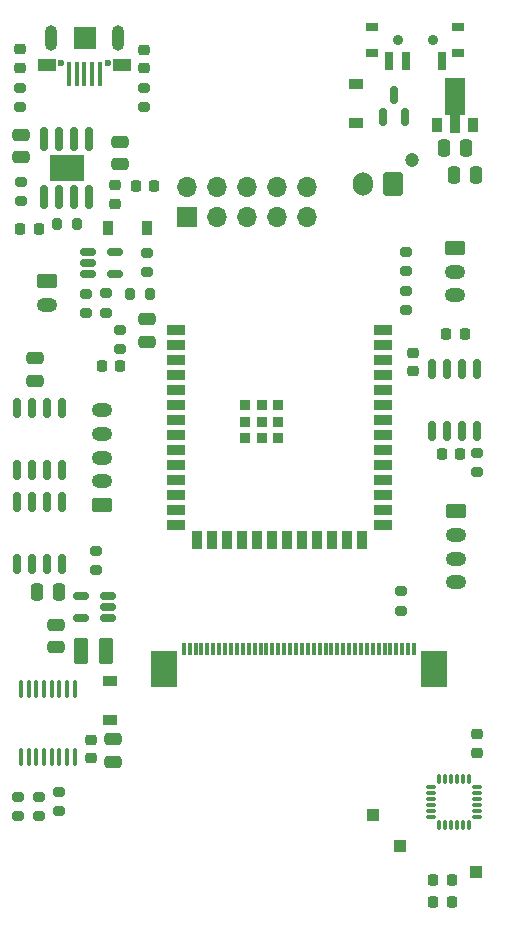
<source format=gbr>
%TF.GenerationSoftware,KiCad,Pcbnew,6.0.5+dfsg-1*%
%TF.CreationDate,2022-06-12T19:51:08+08:00*%
%TF.ProjectId,pbf-mainpcb,7062662d-6d61-4696-9e70-63622e6b6963,rev?*%
%TF.SameCoordinates,Original*%
%TF.FileFunction,Soldermask,Top*%
%TF.FilePolarity,Negative*%
%FSLAX46Y46*%
G04 Gerber Fmt 4.6, Leading zero omitted, Abs format (unit mm)*
G04 Created by KiCad (PCBNEW 6.0.5+dfsg-1) date 2022-06-12 19:51:08*
%MOMM*%
%LPD*%
G01*
G04 APERTURE LIST*
G04 Aperture macros list*
%AMRoundRect*
0 Rectangle with rounded corners*
0 $1 Rounding radius*
0 $2 $3 $4 $5 $6 $7 $8 $9 X,Y pos of 4 corners*
0 Add a 4 corners polygon primitive as box body*
4,1,4,$2,$3,$4,$5,$6,$7,$8,$9,$2,$3,0*
0 Add four circle primitives for the rounded corners*
1,1,$1+$1,$2,$3*
1,1,$1+$1,$4,$5*
1,1,$1+$1,$6,$7*
1,1,$1+$1,$8,$9*
0 Add four rect primitives between the rounded corners*
20,1,$1+$1,$2,$3,$4,$5,0*
20,1,$1+$1,$4,$5,$6,$7,0*
20,1,$1+$1,$6,$7,$8,$9,0*
20,1,$1+$1,$8,$9,$2,$3,0*%
%AMFreePoly0*
4,1,9,3.862500,-0.866500,0.737500,-0.866500,0.737500,-0.450000,-0.737500,-0.450000,-0.737500,0.450000,0.737500,0.450000,0.737500,0.866500,3.862500,0.866500,3.862500,-0.866500,3.862500,-0.866500,$1*%
G04 Aperture macros list end*
%ADD10RoundRect,0.200000X0.275000X-0.200000X0.275000X0.200000X-0.275000X0.200000X-0.275000X-0.200000X0*%
%ADD11RoundRect,0.200000X-0.275000X0.200000X-0.275000X-0.200000X0.275000X-0.200000X0.275000X0.200000X0*%
%ADD12RoundRect,0.200000X-0.200000X-0.275000X0.200000X-0.275000X0.200000X0.275000X-0.200000X0.275000X0*%
%ADD13RoundRect,0.218750X0.256250X-0.218750X0.256250X0.218750X-0.256250X0.218750X-0.256250X-0.218750X0*%
%ADD14RoundRect,0.150000X0.150000X-0.587500X0.150000X0.587500X-0.150000X0.587500X-0.150000X-0.587500X0*%
%ADD15RoundRect,0.150000X-0.150000X0.675000X-0.150000X-0.675000X0.150000X-0.675000X0.150000X0.675000X0*%
%ADD16RoundRect,0.250000X-0.250000X-0.475000X0.250000X-0.475000X0.250000X0.475000X-0.250000X0.475000X0*%
%ADD17RoundRect,0.225000X0.225000X0.250000X-0.225000X0.250000X-0.225000X-0.250000X0.225000X-0.250000X0*%
%ADD18RoundRect,0.250000X0.625000X-0.350000X0.625000X0.350000X-0.625000X0.350000X-0.625000X-0.350000X0*%
%ADD19O,1.750000X1.200000*%
%ADD20RoundRect,0.250000X-0.625000X0.350000X-0.625000X-0.350000X0.625000X-0.350000X0.625000X0.350000X0*%
%ADD21RoundRect,0.250000X-0.475000X0.250000X-0.475000X-0.250000X0.475000X-0.250000X0.475000X0.250000X0*%
%ADD22RoundRect,0.225000X0.250000X-0.225000X0.250000X0.225000X-0.250000X0.225000X-0.250000X-0.225000X0*%
%ADD23C,0.900000*%
%ADD24R,1.000000X0.800000*%
%ADD25R,0.700000X1.500000*%
%ADD26RoundRect,0.250000X0.250000X0.475000X-0.250000X0.475000X-0.250000X-0.475000X0.250000X-0.475000X0*%
%ADD27RoundRect,0.150000X-0.512500X-0.150000X0.512500X-0.150000X0.512500X0.150000X-0.512500X0.150000X0*%
%ADD28RoundRect,0.250000X0.475000X-0.250000X0.475000X0.250000X-0.475000X0.250000X-0.475000X-0.250000X0*%
%ADD29R,0.900000X1.200000*%
%ADD30R,1.000000X1.000000*%
%ADD31RoundRect,0.150000X0.512500X0.150000X-0.512500X0.150000X-0.512500X-0.150000X0.512500X-0.150000X0*%
%ADD32RoundRect,0.225000X-0.225000X-0.250000X0.225000X-0.250000X0.225000X0.250000X-0.225000X0.250000X0*%
%ADD33C,1.200000*%
%ADD34RoundRect,0.250000X0.600000X0.750000X-0.600000X0.750000X-0.600000X-0.750000X0.600000X-0.750000X0*%
%ADD35O,1.700000X2.000000*%
%ADD36R,1.700000X1.700000*%
%ADD37O,1.700000X1.700000*%
%ADD38R,1.500000X0.900000*%
%ADD39R,0.900000X1.500000*%
%ADD40R,0.900000X0.900000*%
%ADD41C,0.600000*%
%ADD42R,0.400000X2.100000*%
%ADD43R,1.900000X1.900000*%
%ADD44R,1.500000X1.000000*%
%ADD45O,1.050000X2.150000*%
%ADD46RoundRect,0.225000X-0.250000X0.225000X-0.250000X-0.225000X0.250000X-0.225000X0.250000X0.225000X0*%
%ADD47R,1.200000X0.900000*%
%ADD48R,0.900000X1.300000*%
%ADD49FreePoly0,90.000000*%
%ADD50R,0.300000X1.100000*%
%ADD51R,2.300000X3.100000*%
%ADD52RoundRect,0.150000X0.150000X-0.675000X0.150000X0.675000X-0.150000X0.675000X-0.150000X-0.675000X0*%
%ADD53RoundRect,0.075000X-0.350000X-0.075000X0.350000X-0.075000X0.350000X0.075000X-0.350000X0.075000X0*%
%ADD54RoundRect,0.075000X0.075000X-0.350000X0.075000X0.350000X-0.075000X0.350000X-0.075000X-0.350000X0*%
%ADD55RoundRect,0.250000X-0.375000X-0.850000X0.375000X-0.850000X0.375000X0.850000X-0.375000X0.850000X0*%
%ADD56RoundRect,0.150000X0.150000X-0.825000X0.150000X0.825000X-0.150000X0.825000X-0.150000X-0.825000X0*%
%ADD57R,3.000000X2.290000*%
%ADD58RoundRect,0.100000X-0.100000X0.637500X-0.100000X-0.637500X0.100000X-0.637500X0.100000X0.637500X0*%
G04 APERTURE END LIST*
D10*
%TO.C,R6*%
X157650000Y-63275000D03*
X157650000Y-61625000D03*
%TD*%
%TO.C,R2*%
X190750000Y-76725000D03*
X190750000Y-75075000D03*
%TD*%
D11*
%TO.C,R7*%
X159350000Y-61575000D03*
X159350000Y-63225000D03*
%TD*%
%TO.C,R3*%
X162500000Y-44175000D03*
X162500000Y-45825000D03*
%TD*%
D12*
%TO.C,R5*%
X155175000Y-55725000D03*
X156825000Y-55725000D03*
%TD*%
D13*
%TO.C,D2*%
X152000000Y-42500000D03*
X152000000Y-40925000D03*
%TD*%
D10*
%TO.C,R17*%
X153650000Y-105875000D03*
X153650000Y-104225000D03*
%TD*%
D14*
%TO.C,Q1*%
X182750000Y-46637500D03*
X184650000Y-46637500D03*
X183700000Y-44762500D03*
%TD*%
D11*
%TO.C,R4*%
X152000000Y-44175000D03*
X152000000Y-45825000D03*
%TD*%
D15*
%TO.C,U7*%
X155605000Y-71275000D03*
X154335000Y-71275000D03*
X153065000Y-71275000D03*
X151795000Y-71275000D03*
X151795000Y-76525000D03*
X153065000Y-76525000D03*
X154335000Y-76525000D03*
X155605000Y-76525000D03*
%TD*%
D10*
%TO.C,R1*%
X152100000Y-53800000D03*
X152100000Y-52150000D03*
%TD*%
D12*
%TO.C,R9*%
X161375000Y-61650000D03*
X163025000Y-61650000D03*
%TD*%
D16*
%TO.C,C15*%
X153450000Y-86900000D03*
X155350000Y-86900000D03*
%TD*%
D17*
%TO.C,C12*%
X163375000Y-52525000D03*
X161825000Y-52525000D03*
%TD*%
D18*
%TO.C,J5*%
X158950000Y-79500000D03*
D19*
X158950000Y-77500000D03*
X158950000Y-75500000D03*
X158950000Y-73500000D03*
X158950000Y-71500000D03*
%TD*%
D20*
%TO.C,J4*%
X188850000Y-57750000D03*
D19*
X188850000Y-59750000D03*
X188850000Y-61750000D03*
%TD*%
D21*
%TO.C,C1*%
X152100000Y-48175000D03*
X152100000Y-50075000D03*
%TD*%
D11*
%TO.C,R13*%
X184325000Y-86800000D03*
X184325000Y-88450000D03*
%TD*%
D22*
%TO.C,C21*%
X158050000Y-100975000D03*
X158050000Y-99425000D03*
%TD*%
D23*
%TO.C,SW1*%
X187000000Y-40145000D03*
D24*
X189150000Y-39045000D03*
X181850000Y-41255000D03*
X189150000Y-41255000D03*
X181850000Y-39045000D03*
D23*
X184000000Y-40145000D03*
D25*
X187750000Y-41905000D03*
X184750000Y-41905000D03*
X183250000Y-41905000D03*
%TD*%
D26*
%TO.C,C5*%
X190650000Y-51550000D03*
X188750000Y-51550000D03*
%TD*%
D11*
%TO.C,R15*%
X184700000Y-61375000D03*
X184700000Y-63025000D03*
%TD*%
D27*
%TO.C,U6*%
X157762500Y-58100000D03*
X157762500Y-59050000D03*
X157762500Y-60000000D03*
X160037500Y-60000000D03*
X160037500Y-58100000D03*
%TD*%
D28*
%TO.C,C17*%
X155050000Y-91550000D03*
X155050000Y-89650000D03*
%TD*%
D20*
%TO.C,J3*%
X154350000Y-60550000D03*
D19*
X154350000Y-62550000D03*
%TD*%
D17*
%TO.C,C9*%
X188575000Y-111250000D03*
X187025000Y-111250000D03*
%TD*%
D15*
%TO.C,U8*%
X155605000Y-79275000D03*
X154335000Y-79275000D03*
X153065000Y-79275000D03*
X151795000Y-79275000D03*
X151795000Y-84525000D03*
X153065000Y-84525000D03*
X154335000Y-84525000D03*
X155605000Y-84525000D03*
%TD*%
D17*
%TO.C,C6*%
X189275000Y-75200000D03*
X187725000Y-75200000D03*
%TD*%
D20*
%TO.C,J6*%
X188950000Y-80050000D03*
D19*
X188950000Y-82050000D03*
X188950000Y-84050000D03*
X188950000Y-86050000D03*
%TD*%
D29*
%TO.C,D4*%
X162750000Y-56075000D03*
X159450000Y-56075000D03*
%TD*%
D30*
%TO.C,TP1*%
X190600000Y-110550000D03*
%TD*%
D21*
%TO.C,C19*%
X159900000Y-99350000D03*
X159900000Y-101250000D03*
%TD*%
D31*
%TO.C,U10*%
X159487500Y-89100000D03*
X159487500Y-88150000D03*
X159487500Y-87200000D03*
X157212500Y-87200000D03*
X157212500Y-89100000D03*
%TD*%
D32*
%TO.C,C10*%
X152075000Y-56175000D03*
X153625000Y-56175000D03*
%TD*%
%TO.C,C7*%
X187025000Y-113150000D03*
X188575000Y-113150000D03*
%TD*%
D33*
%TO.C,J2*%
X185200000Y-50300000D03*
D34*
X183600000Y-52300000D03*
D35*
X181100000Y-52300000D03*
%TD*%
D36*
%TO.C,J7*%
X166170000Y-55100000D03*
D37*
X166170000Y-52560000D03*
X168710000Y-55100000D03*
X168710000Y-52560000D03*
X171250000Y-55100000D03*
X171250000Y-52560000D03*
X173790000Y-55100000D03*
X173790000Y-52560000D03*
X176330000Y-55100000D03*
X176330000Y-52560000D03*
%TD*%
D38*
%TO.C,U9*%
X165250000Y-64740000D03*
X165250000Y-66010000D03*
X165250000Y-67280000D03*
X165250000Y-68550000D03*
X165250000Y-69820000D03*
X165250000Y-71090000D03*
X165250000Y-72360000D03*
X165250000Y-73630000D03*
X165250000Y-74900000D03*
X165250000Y-76170000D03*
X165250000Y-77440000D03*
X165250000Y-78710000D03*
X165250000Y-79980000D03*
X165250000Y-81250000D03*
D39*
X167015000Y-82500000D03*
X168285000Y-82500000D03*
X169555000Y-82500000D03*
X170825000Y-82500000D03*
X172095000Y-82500000D03*
X173365000Y-82500000D03*
X174635000Y-82500000D03*
X175905000Y-82500000D03*
X177175000Y-82500000D03*
X178445000Y-82500000D03*
X179715000Y-82500000D03*
X180985000Y-82500000D03*
D38*
X182750000Y-81250000D03*
X182750000Y-79980000D03*
X182750000Y-78710000D03*
X182750000Y-77440000D03*
X182750000Y-76170000D03*
X182750000Y-74900000D03*
X182750000Y-73630000D03*
X182750000Y-72360000D03*
X182750000Y-71090000D03*
X182750000Y-69820000D03*
X182750000Y-68550000D03*
X182750000Y-67280000D03*
X182750000Y-66010000D03*
X182750000Y-64740000D03*
D40*
X172500000Y-73860000D03*
X172500000Y-72460000D03*
X171100000Y-72460000D03*
X173900000Y-72460000D03*
X171100000Y-73860000D03*
X172500000Y-71060000D03*
X171100000Y-71060000D03*
X173900000Y-73860000D03*
X173900000Y-71060000D03*
%TD*%
D41*
%TO.C,J1*%
X155500000Y-42100000D03*
X159500000Y-42100000D03*
D42*
X158775000Y-43050000D03*
X158125000Y-43050000D03*
X157475000Y-43050000D03*
X156825000Y-43050000D03*
X156175000Y-43050000D03*
D43*
X157500000Y-40000000D03*
D44*
X160700000Y-42250000D03*
D45*
X160325000Y-40000000D03*
X154675000Y-40000000D03*
D44*
X154300000Y-42240000D03*
%TD*%
D22*
%TO.C,C11*%
X190750000Y-100475000D03*
X190750000Y-98925000D03*
%TD*%
D46*
%TO.C,C3*%
X185300000Y-66625000D03*
X185300000Y-68175000D03*
%TD*%
D17*
%TO.C,C4*%
X189674520Y-65035951D03*
X188124520Y-65035951D03*
%TD*%
D47*
%TO.C,D3*%
X180500000Y-43850000D03*
X180500000Y-47150000D03*
%TD*%
D48*
%TO.C,U2*%
X187350000Y-47350000D03*
D49*
X188850000Y-47262500D03*
D48*
X190350000Y-47350000D03*
%TD*%
D10*
%TO.C,R14*%
X184700000Y-59725000D03*
X184700000Y-58075000D03*
%TD*%
D13*
%TO.C,D1*%
X162500000Y-42537500D03*
X162500000Y-40962500D03*
%TD*%
D11*
%TO.C,R11*%
X158450000Y-83375000D03*
X158450000Y-85025000D03*
%TD*%
D28*
%TO.C,C14*%
X153300000Y-69000000D03*
X153300000Y-67100000D03*
%TD*%
D50*
%TO.C,U12*%
X185400000Y-91675000D03*
X184900000Y-91675000D03*
X184400000Y-91675000D03*
X183900000Y-91675000D03*
X183400000Y-91675000D03*
X182900000Y-91675000D03*
X182400000Y-91675000D03*
X181900000Y-91675000D03*
X181400000Y-91675000D03*
X180900000Y-91675000D03*
X180400000Y-91675000D03*
X179900000Y-91675000D03*
X179400000Y-91675000D03*
X178900000Y-91675000D03*
X178400000Y-91675000D03*
X177900000Y-91675000D03*
X177400000Y-91675000D03*
X176900000Y-91675000D03*
X176400000Y-91675000D03*
X175900000Y-91675000D03*
X175400000Y-91675000D03*
X174900000Y-91675000D03*
X174400000Y-91675000D03*
X173900000Y-91675000D03*
X173400000Y-91675000D03*
X172900000Y-91675000D03*
X172400000Y-91675000D03*
X171900000Y-91675000D03*
X171400000Y-91675000D03*
X170900000Y-91675000D03*
X170400000Y-91675000D03*
X169900000Y-91675000D03*
X169400000Y-91675000D03*
X168900000Y-91675000D03*
X168400000Y-91675000D03*
X167900000Y-91675000D03*
X167400000Y-91675000D03*
X166900000Y-91675000D03*
X166400000Y-91675000D03*
X165900000Y-91675000D03*
D51*
X164230000Y-93375000D03*
X187070000Y-93375000D03*
%TD*%
D10*
%TO.C,R10*%
X160500000Y-66325000D03*
X160500000Y-64675000D03*
%TD*%
D52*
%TO.C,U3*%
X186895000Y-73225000D03*
X188165000Y-73225000D03*
X189435000Y-73225000D03*
X190705000Y-73225000D03*
X190705000Y-67975000D03*
X189435000Y-67975000D03*
X188165000Y-67975000D03*
X186895000Y-67975000D03*
%TD*%
D10*
%TO.C,R16*%
X155350000Y-105425000D03*
X155350000Y-103775000D03*
%TD*%
D47*
%TO.C,D6*%
X159650000Y-97700000D03*
X159650000Y-94400000D03*
%TD*%
D28*
%TO.C,C16*%
X162750000Y-65700000D03*
X162750000Y-63800000D03*
%TD*%
D30*
%TO.C,TP2*%
X181900000Y-105750000D03*
%TD*%
D17*
%TO.C,C13*%
X160525000Y-67750000D03*
X158975000Y-67750000D03*
%TD*%
D11*
%TO.C,R8*%
X162800000Y-58175000D03*
X162800000Y-59825000D03*
%TD*%
D21*
%TO.C,C8*%
X160500000Y-48775000D03*
X160500000Y-50675000D03*
%TD*%
D53*
%TO.C,U5*%
X186850000Y-103400000D03*
X186850000Y-103900000D03*
X186850000Y-104400000D03*
X186850000Y-104900000D03*
X186850000Y-105400000D03*
X186850000Y-105900000D03*
D54*
X187550000Y-106600000D03*
X188050000Y-106600000D03*
X188550000Y-106600000D03*
X189050000Y-106600000D03*
X189550000Y-106600000D03*
X190050000Y-106600000D03*
D53*
X190750000Y-105900000D03*
X190750000Y-105400000D03*
X190750000Y-104900000D03*
X190750000Y-104400000D03*
X190750000Y-103900000D03*
X190750000Y-103400000D03*
D54*
X190050000Y-102700000D03*
X189550000Y-102700000D03*
X189050000Y-102700000D03*
X188550000Y-102700000D03*
X188050000Y-102700000D03*
X187550000Y-102700000D03*
%TD*%
D55*
%TO.C,L1*%
X157200000Y-91900000D03*
X159350000Y-91900000D03*
%TD*%
D10*
%TO.C,R12*%
X151900000Y-104225000D03*
X151900000Y-105875000D03*
%TD*%
D56*
%TO.C,U4*%
X154095000Y-53450000D03*
X155365000Y-53450000D03*
X156635000Y-53450000D03*
X157905000Y-53450000D03*
X157905000Y-48500000D03*
X156635000Y-48500000D03*
X155365000Y-48500000D03*
X154095000Y-48500000D03*
D57*
X156000000Y-50975000D03*
%TD*%
D26*
%TO.C,C2*%
X189800000Y-49300000D03*
X187900000Y-49300000D03*
%TD*%
D58*
%TO.C,U1*%
X156675000Y-95087500D03*
X156025000Y-95087500D03*
X155375000Y-95087500D03*
X154725000Y-95087500D03*
X154075000Y-95087500D03*
X153425000Y-95087500D03*
X152775000Y-95087500D03*
X152125000Y-95087500D03*
X152125000Y-100812500D03*
X152775000Y-100812500D03*
X153425000Y-100812500D03*
X154075000Y-100812500D03*
X154725000Y-100812500D03*
X155375000Y-100812500D03*
X156025000Y-100812500D03*
X156675000Y-100812500D03*
%TD*%
D22*
%TO.C,C22*%
X160100000Y-54000000D03*
X160100000Y-52450000D03*
%TD*%
D30*
%TO.C,TP3*%
X184200000Y-108350000D03*
%TD*%
M02*

</source>
